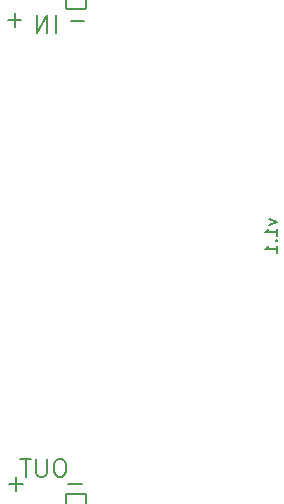
<source format=gbo>
%TF.GenerationSoftware,KiCad,Pcbnew,7.0.2-6a45011f42~172~ubuntu22.04.1*%
%TF.CreationDate,2023-05-13T10:52:22-06:00*%
%TF.ProjectId,ring-40mm,72696e67-2d34-4306-9d6d-2e6b69636164,rev?*%
%TF.SameCoordinates,Original*%
%TF.FileFunction,Legend,Bot*%
%TF.FilePolarity,Positive*%
%FSLAX46Y46*%
G04 Gerber Fmt 4.6, Leading zero omitted, Abs format (unit mm)*
G04 Created by KiCad (PCBNEW 7.0.2-6a45011f42~172~ubuntu22.04.1) date 2023-05-13 10:52:22*
%MOMM*%
%LPD*%
G01*
G04 APERTURE LIST*
G04 Aperture macros list*
%AMRoundRect*
0 Rectangle with rounded corners*
0 $1 Rounding radius*
0 $2 $3 $4 $5 $6 $7 $8 $9 X,Y pos of 4 corners*
0 Add a 4 corners polygon primitive as box body*
4,1,4,$2,$3,$4,$5,$6,$7,$8,$9,$2,$3,0*
0 Add four circle primitives for the rounded corners*
1,1,$1+$1,$2,$3*
1,1,$1+$1,$4,$5*
1,1,$1+$1,$6,$7*
1,1,$1+$1,$8,$9*
0 Add four rect primitives between the rounded corners*
20,1,$1+$1,$2,$3,$4,$5,0*
20,1,$1+$1,$4,$5,$6,$7,0*
20,1,$1+$1,$6,$7,$8,$9,0*
20,1,$1+$1,$8,$9,$2,$3,0*%
G04 Aperture macros list end*
%ADD10C,0.200000*%
%ADD11C,0.150000*%
%ADD12RoundRect,0.050000X-0.850000X0.850000X-0.850000X-0.850000X0.850000X-0.850000X0.850000X0.850000X0*%
%ADD13O,1.800000X1.800000*%
G04 APERTURE END LIST*
D10*
X100742857Y-81516428D02*
X100742857Y-80016428D01*
X100028571Y-81516428D02*
X100028571Y-80016428D01*
X100028571Y-80016428D02*
X99171428Y-81516428D01*
X99171428Y-81516428D02*
X99171428Y-80016428D01*
X97942857Y-119745000D02*
X96800000Y-119745000D01*
X97371428Y-120316428D02*
X97371428Y-119173571D01*
X97842857Y-80445000D02*
X96700000Y-80445000D01*
X97271428Y-81016428D02*
X97271428Y-79873571D01*
D11*
X118810952Y-97342857D02*
X119477619Y-97580952D01*
X119477619Y-97580952D02*
X118810952Y-97819047D01*
X119477619Y-98723809D02*
X119477619Y-98152381D01*
X119477619Y-98438095D02*
X118477619Y-98438095D01*
X118477619Y-98438095D02*
X118620476Y-98342857D01*
X118620476Y-98342857D02*
X118715714Y-98247619D01*
X118715714Y-98247619D02*
X118763333Y-98152381D01*
X119382380Y-99152381D02*
X119430000Y-99200000D01*
X119430000Y-99200000D02*
X119477619Y-99152381D01*
X119477619Y-99152381D02*
X119430000Y-99104762D01*
X119430000Y-99104762D02*
X119382380Y-99152381D01*
X119382380Y-99152381D02*
X119477619Y-99152381D01*
X119477619Y-100152380D02*
X119477619Y-99580952D01*
X119477619Y-99866666D02*
X118477619Y-99866666D01*
X118477619Y-99866666D02*
X118620476Y-99771428D01*
X118620476Y-99771428D02*
X118715714Y-99676190D01*
X118715714Y-99676190D02*
X118763333Y-99580952D01*
D10*
X103142857Y-80545000D02*
X102000000Y-80545000D01*
X102942857Y-119745000D02*
X101800000Y-119745000D01*
X101257142Y-117616428D02*
X100971428Y-117616428D01*
X100971428Y-117616428D02*
X100828571Y-117687857D01*
X100828571Y-117687857D02*
X100685714Y-117830714D01*
X100685714Y-117830714D02*
X100614285Y-118116428D01*
X100614285Y-118116428D02*
X100614285Y-118616428D01*
X100614285Y-118616428D02*
X100685714Y-118902142D01*
X100685714Y-118902142D02*
X100828571Y-119045000D01*
X100828571Y-119045000D02*
X100971428Y-119116428D01*
X100971428Y-119116428D02*
X101257142Y-119116428D01*
X101257142Y-119116428D02*
X101400000Y-119045000D01*
X101400000Y-119045000D02*
X101542857Y-118902142D01*
X101542857Y-118902142D02*
X101614285Y-118616428D01*
X101614285Y-118616428D02*
X101614285Y-118116428D01*
X101614285Y-118116428D02*
X101542857Y-117830714D01*
X101542857Y-117830714D02*
X101400000Y-117687857D01*
X101400000Y-117687857D02*
X101257142Y-117616428D01*
X99971428Y-117616428D02*
X99971428Y-118830714D01*
X99971428Y-118830714D02*
X99899999Y-118973571D01*
X99899999Y-118973571D02*
X99828571Y-119045000D01*
X99828571Y-119045000D02*
X99685713Y-119116428D01*
X99685713Y-119116428D02*
X99399999Y-119116428D01*
X99399999Y-119116428D02*
X99257142Y-119045000D01*
X99257142Y-119045000D02*
X99185713Y-118973571D01*
X99185713Y-118973571D02*
X99114285Y-118830714D01*
X99114285Y-118830714D02*
X99114285Y-117616428D01*
X98614284Y-117616428D02*
X97757142Y-117616428D01*
X98185713Y-119116428D02*
X98185713Y-117616428D01*
%LPC*%
D12*
%TO.C,J2*%
X102440000Y-121400000D03*
D13*
X99900000Y-121400000D03*
X97360000Y-121400000D03*
%TD*%
D12*
%TO.C,J1*%
X102440000Y-78700000D03*
D13*
X99900000Y-78700000D03*
X97360000Y-78700000D03*
%TD*%
%LPD*%
M02*

</source>
